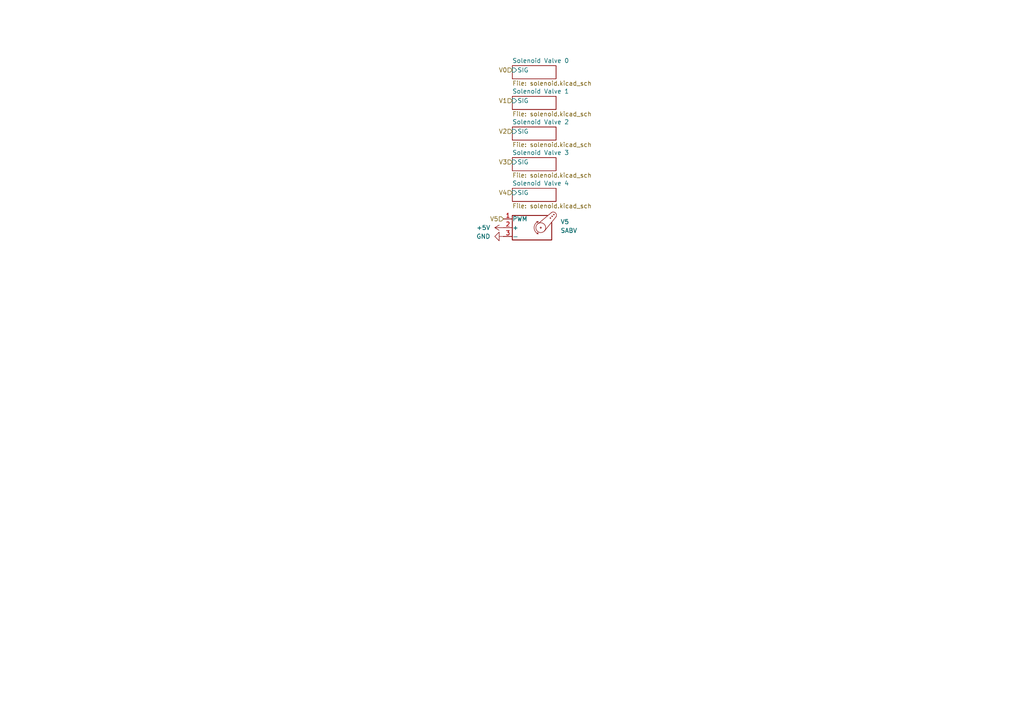
<source format=kicad_sch>
(kicad_sch (version 20250114) (generator "eeschema") (generator_version "9.0")
  (paper "A4")
  (lib_symbols
    (symbol "Motor:Motor_Servo" (pin_names (offset 0.0254))
      (property "Reference" "M" (at -5.08 4.445 0))
      (property "Value" "Motor_Servo" (at -5.08 -4.064 0))
      (symbol "Motor_Servo_0_1"
        (polyline (pts (xy 2.413 1.778) (xy 1.905 1.778)))
        (polyline (pts (xy 2.413 1.778) (xy 2.286 1.397)))
        (polyline (pts (xy 2.413 -1.778) (xy 2.032 -1.778)))
        (polyline (pts (xy 2.413 -1.778) (xy 2.286 -1.397)))
        (arc (start 2.413 -1.778) (mid 1.2406 0) (end 2.413 1.778))
        (circle (center 3.175 0) (radius 0.1778))
        (circle (center 3.175 0) (radius 1.4224))
        (polyline (pts (xy 5.08 3.556) (xy -5.08 3.556) (xy -5.08 -3.556) (xy 6.35 -3.556) (xy 6.35 1.524)) (stroke (width 0.254)))
        (circle (center 5.969 2.794) (radius 0.127))
        (polyline (pts (xy 6.35 4.445) (xy 2.54 1.27)))
        (circle (center 6.477 3.302) (radius 0.127))
        (arc (start 6.35 4.445) (mid 7.4487 4.2737) (end 7.62 3.175))
        (circle (center 6.985 3.81) (radius 0.127))
        (polyline (pts (xy 7.62 3.175) (xy 4.191 -1.016)))
      )
      (symbol "Motor_Servo_1_1"
        (pin passive line (at -7.62 2.54 0) (length 2.54) (name "PWM") (number "1"))
        (pin passive line (at -7.62 0 0) (length 2.54) (name "+") (number "2"))
        (pin passive line (at -7.62 -2.54 0) (length 2.54) (name "-") (number "3"))
      )
    )
    (symbol "power:+5V" (power) (pin_numbers (hide yes)) (pin_names (offset 0) (hide yes))
      (property "Value" "+5V" (at 0 3.556 0))
      (symbol "+5V_0_1"
        (polyline (pts (xy -0.762 1.27) (xy 0 2.54)))
        (polyline (pts (xy 0 2.54) (xy 0.762 1.27)))
        (polyline (pts (xy 0 0) (xy 0 2.54)))
      )
      (symbol "+5V_1_1"
        (pin power_in line (at 0 0 90) (length 0) (name "~") (number "1"))
      )
    )
    (symbol "power:GND" (power) (pin_numbers (hide yes)) (pin_names (offset 0) (hide yes))
      (property "Value" "GND" (at 0 -3.81 0))
      (symbol "GND_0_1"
        (polyline (pts (xy 0 0) (xy 0 -1.27) (xy 1.27 -1.27) (xy 0 -2.54) (xy -1.27 -1.27) (xy 0 -1.27)))
      )
      (symbol "GND_1_1"
        (pin power_in line (at 0 0 270) (length 0) (name "~") (number "1"))
      )
    )
  )
  (hierarchical_label "V2" (shape input) (at 148.59 38.1 180))
  (hierarchical_label "V1" (shape input) (at 148.59 29.21 180))
  (hierarchical_label "V0" (shape input) (at 148.59 20.32 180))
  (hierarchical_label "V3" (shape input) (at 148.59 46.99 180))
  (hierarchical_label "V4" (shape input) (at 148.59 55.88 180))
  (hierarchical_label "V5" (shape input) (at 146.05 63.5 180))
  (symbol (lib_id "power:+5V") (at 146.05 66.04 90) (unit 1)
    (property "Reference" "#PWR091" (effects (hide yes)))
    (property "Value" "+5V" (at 142.24 66.0399 90) (effects (justify left)))
    (property "Description" "Power symbol creates a global label with name \"+5V\"" (effects (hide yes)))
  )
  (symbol (lib_id "power:GND") (at 146.05 68.58 270) (unit 1)
    (property "Reference" "#PWR090" (effects (hide yes)))
    (property "Value" "GND" (at 142.24 68.5799 90) (effects (justify right)))
    (property "Description" "Power symbol creates a global label with name \"GND\" , ground" (effects (hide yes)))
  )
  (symbol (lib_id "Motor:Motor_Servo") (at 153.67 66.04 0) (unit 1)
    (property "Reference" "V5" (at 162.56 64.3368 0) (effects (justify left)))
    (property "Value" "SABV" (at 162.56 66.8768 0) (effects (justify left)))
    (property "Footprint" "TerminalBlock:TerminalBlock_bornier-3_P5.08mm" (effects (hide yes)))
    (property "Datasheet" "http://forums.parallax.com/uploads/attachments/46831/74481.png" (effects (hide yes)))
    (property "Description" "Servo Motor (Futaba, HiTec, JR connector)" (effects (hide yes)))
  )
  (sheet (at 148.59 36.83) (size 12.7 3.81) (stroke (width 0.1524))
    (property "Sheetname" "Solenoid Valve 2" (at 148.59 36.1184 0) (effects (justify left bottom)))
    (property "Sheetfile" "solenoid.kicad_sch" (at 148.59 41.2246 0) (effects (justify left top)))
    (pin "SIG" input (at 148.59 38.1 180))
  )
  (sheet (at 148.59 19.05) (size 12.7 3.81) (stroke (width 0.1524))
    (property "Sheetname" "Solenoid Valve 0" (at 148.59 18.3384 0) (effects (justify left bottom)))
    (property "Sheetfile" "solenoid.kicad_sch" (at 148.59 23.4446 0) (effects (justify left top)))
    (pin "SIG" input (at 148.59 20.32 180))
  )
  (sheet (at 148.59 45.72) (size 12.7 3.81) (stroke (width 0.1524))
    (property "Sheetname" "Solenoid Valve 3" (at 148.59 45.0084 0) (effects (justify left bottom)))
    (property "Sheetfile" "solenoid.kicad_sch" (at 148.59 50.1146 0) (effects (justify left top)))
    (pin "SIG" input (at 148.59 46.99 180))
  )
  (sheet (at 148.59 27.94) (size 12.7 3.81) (stroke (width 0.1524))
    (property "Sheetname" "Solenoid Valve 1" (at 148.59 27.2284 0) (effects (justify left bottom)))
    (property "Sheetfile" "solenoid.kicad_sch" (at 148.59 32.3346 0) (effects (justify left top)))
    (pin "SIG" input (at 148.59 29.21 180))
  )
  (sheet (at 148.59 54.61) (size 12.7 3.81) (stroke (width 0.1524))
    (property "Sheetname" "Solenoid Valve 4" (at 148.59 53.8984 0) (effects (justify left bottom)))
    (property "Sheetfile" "solenoid.kicad_sch" (at 148.59 59.0046 0) (effects (justify left top)))
    (pin "SIG" input (at 148.59 55.88 180))
  )
)
</source>
